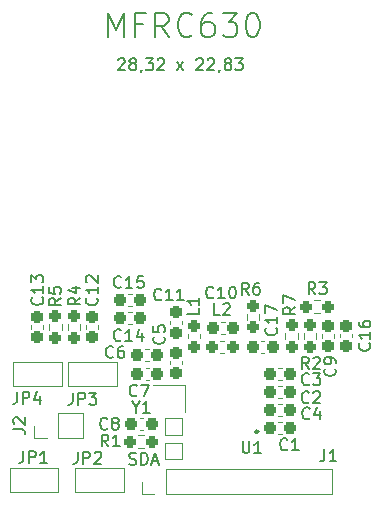
<source format=gto>
G04 #@! TF.GenerationSoftware,KiCad,Pcbnew,7.0.9*
G04 #@! TF.CreationDate,2024-04-03T14:30:27+02:00*
G04 #@! TF.ProjectId,NFC_Programmer,4e46435f-5072-46f6-9772-616d6d65722e,3.0*
G04 #@! TF.SameCoordinates,Original*
G04 #@! TF.FileFunction,Legend,Top*
G04 #@! TF.FilePolarity,Positive*
%FSLAX46Y46*%
G04 Gerber Fmt 4.6, Leading zero omitted, Abs format (unit mm)*
G04 Created by KiCad (PCBNEW 7.0.9) date 2024-04-03 14:30:27*
%MOMM*%
%LPD*%
G01*
G04 APERTURE LIST*
G04 Aperture macros list*
%AMRoundRect*
0 Rectangle with rounded corners*
0 $1 Rounding radius*
0 $2 $3 $4 $5 $6 $7 $8 $9 X,Y pos of 4 corners*
0 Add a 4 corners polygon primitive as box body*
4,1,4,$2,$3,$4,$5,$6,$7,$8,$9,$2,$3,0*
0 Add four circle primitives for the rounded corners*
1,1,$1+$1,$2,$3*
1,1,$1+$1,$4,$5*
1,1,$1+$1,$6,$7*
1,1,$1+$1,$8,$9*
0 Add four rect primitives between the rounded corners*
20,1,$1+$1,$2,$3,$4,$5,0*
20,1,$1+$1,$4,$5,$6,$7,0*
20,1,$1+$1,$6,$7,$8,$9,0*
20,1,$1+$1,$8,$9,$2,$3,0*%
G04 Aperture macros list end*
%ADD10C,0.153000*%
%ADD11C,0.120000*%
%ADD12C,0.250000*%
%ADD13RoundRect,0.237500X-0.237500X0.250000X-0.237500X-0.250000X0.237500X-0.250000X0.237500X0.250000X0*%
%ADD14RoundRect,0.237500X0.300000X0.237500X-0.300000X0.237500X-0.300000X-0.237500X0.300000X-0.237500X0*%
%ADD15RoundRect,0.237500X0.237500X-0.250000X0.237500X0.250000X-0.237500X0.250000X-0.237500X-0.250000X0*%
%ADD16R,1.000000X1.500000*%
%ADD17C,3.000000*%
%ADD18R,1.000000X1.000000*%
%ADD19R,1.350000X1.350000*%
%ADD20O,1.350000X1.350000*%
%ADD21RoundRect,0.237500X0.237500X-0.287500X0.237500X0.287500X-0.237500X0.287500X-0.237500X-0.287500X0*%
%ADD22R,0.900000X0.800000*%
%ADD23RoundRect,0.237500X0.237500X-0.300000X0.237500X0.300000X-0.237500X0.300000X-0.237500X-0.300000X0*%
%ADD24RoundRect,0.237500X-0.237500X0.300000X-0.237500X-0.300000X0.237500X-0.300000X0.237500X0.300000X0*%
%ADD25R,0.850000X0.300000*%
%ADD26R,0.300000X0.850000*%
%ADD27R,3.250000X3.250000*%
%ADD28RoundRect,0.237500X-0.300000X-0.237500X0.300000X-0.237500X0.300000X0.237500X-0.300000X0.237500X0*%
%ADD29RoundRect,0.237500X-0.250000X-0.237500X0.250000X-0.237500X0.250000X0.237500X-0.250000X0.237500X0*%
%ADD30RoundRect,0.237500X-0.287500X-0.237500X0.287500X-0.237500X0.287500X0.237500X-0.287500X0.237500X0*%
%ADD31RoundRect,0.237500X0.250000X0.237500X-0.250000X0.237500X-0.250000X-0.237500X0.250000X-0.237500X0*%
G04 APERTURE END LIST*
D10*
X134601133Y-72064901D02*
X134648752Y-72017282D01*
X134648752Y-72017282D02*
X134743990Y-71969663D01*
X134743990Y-71969663D02*
X134982085Y-71969663D01*
X134982085Y-71969663D02*
X135077323Y-72017282D01*
X135077323Y-72017282D02*
X135124942Y-72064901D01*
X135124942Y-72064901D02*
X135172561Y-72160139D01*
X135172561Y-72160139D02*
X135172561Y-72255377D01*
X135172561Y-72255377D02*
X135124942Y-72398234D01*
X135124942Y-72398234D02*
X134553514Y-72969663D01*
X134553514Y-72969663D02*
X135172561Y-72969663D01*
X135743990Y-72398234D02*
X135648752Y-72350615D01*
X135648752Y-72350615D02*
X135601133Y-72302996D01*
X135601133Y-72302996D02*
X135553514Y-72207758D01*
X135553514Y-72207758D02*
X135553514Y-72160139D01*
X135553514Y-72160139D02*
X135601133Y-72064901D01*
X135601133Y-72064901D02*
X135648752Y-72017282D01*
X135648752Y-72017282D02*
X135743990Y-71969663D01*
X135743990Y-71969663D02*
X135934466Y-71969663D01*
X135934466Y-71969663D02*
X136029704Y-72017282D01*
X136029704Y-72017282D02*
X136077323Y-72064901D01*
X136077323Y-72064901D02*
X136124942Y-72160139D01*
X136124942Y-72160139D02*
X136124942Y-72207758D01*
X136124942Y-72207758D02*
X136077323Y-72302996D01*
X136077323Y-72302996D02*
X136029704Y-72350615D01*
X136029704Y-72350615D02*
X135934466Y-72398234D01*
X135934466Y-72398234D02*
X135743990Y-72398234D01*
X135743990Y-72398234D02*
X135648752Y-72445853D01*
X135648752Y-72445853D02*
X135601133Y-72493472D01*
X135601133Y-72493472D02*
X135553514Y-72588710D01*
X135553514Y-72588710D02*
X135553514Y-72779186D01*
X135553514Y-72779186D02*
X135601133Y-72874424D01*
X135601133Y-72874424D02*
X135648752Y-72922044D01*
X135648752Y-72922044D02*
X135743990Y-72969663D01*
X135743990Y-72969663D02*
X135934466Y-72969663D01*
X135934466Y-72969663D02*
X136029704Y-72922044D01*
X136029704Y-72922044D02*
X136077323Y-72874424D01*
X136077323Y-72874424D02*
X136124942Y-72779186D01*
X136124942Y-72779186D02*
X136124942Y-72588710D01*
X136124942Y-72588710D02*
X136077323Y-72493472D01*
X136077323Y-72493472D02*
X136029704Y-72445853D01*
X136029704Y-72445853D02*
X135934466Y-72398234D01*
X136601133Y-72922044D02*
X136601133Y-72969663D01*
X136601133Y-72969663D02*
X136553514Y-73064901D01*
X136553514Y-73064901D02*
X136505895Y-73112520D01*
X136934466Y-71969663D02*
X137553513Y-71969663D01*
X137553513Y-71969663D02*
X137220180Y-72350615D01*
X137220180Y-72350615D02*
X137363037Y-72350615D01*
X137363037Y-72350615D02*
X137458275Y-72398234D01*
X137458275Y-72398234D02*
X137505894Y-72445853D01*
X137505894Y-72445853D02*
X137553513Y-72541091D01*
X137553513Y-72541091D02*
X137553513Y-72779186D01*
X137553513Y-72779186D02*
X137505894Y-72874424D01*
X137505894Y-72874424D02*
X137458275Y-72922044D01*
X137458275Y-72922044D02*
X137363037Y-72969663D01*
X137363037Y-72969663D02*
X137077323Y-72969663D01*
X137077323Y-72969663D02*
X136982085Y-72922044D01*
X136982085Y-72922044D02*
X136934466Y-72874424D01*
X137934466Y-72064901D02*
X137982085Y-72017282D01*
X137982085Y-72017282D02*
X138077323Y-71969663D01*
X138077323Y-71969663D02*
X138315418Y-71969663D01*
X138315418Y-71969663D02*
X138410656Y-72017282D01*
X138410656Y-72017282D02*
X138458275Y-72064901D01*
X138458275Y-72064901D02*
X138505894Y-72160139D01*
X138505894Y-72160139D02*
X138505894Y-72255377D01*
X138505894Y-72255377D02*
X138458275Y-72398234D01*
X138458275Y-72398234D02*
X137886847Y-72969663D01*
X137886847Y-72969663D02*
X138505894Y-72969663D01*
X139601133Y-72969663D02*
X140124942Y-72302996D01*
X139601133Y-72302996D02*
X140124942Y-72969663D01*
X141220181Y-72064901D02*
X141267800Y-72017282D01*
X141267800Y-72017282D02*
X141363038Y-71969663D01*
X141363038Y-71969663D02*
X141601133Y-71969663D01*
X141601133Y-71969663D02*
X141696371Y-72017282D01*
X141696371Y-72017282D02*
X141743990Y-72064901D01*
X141743990Y-72064901D02*
X141791609Y-72160139D01*
X141791609Y-72160139D02*
X141791609Y-72255377D01*
X141791609Y-72255377D02*
X141743990Y-72398234D01*
X141743990Y-72398234D02*
X141172562Y-72969663D01*
X141172562Y-72969663D02*
X141791609Y-72969663D01*
X142172562Y-72064901D02*
X142220181Y-72017282D01*
X142220181Y-72017282D02*
X142315419Y-71969663D01*
X142315419Y-71969663D02*
X142553514Y-71969663D01*
X142553514Y-71969663D02*
X142648752Y-72017282D01*
X142648752Y-72017282D02*
X142696371Y-72064901D01*
X142696371Y-72064901D02*
X142743990Y-72160139D01*
X142743990Y-72160139D02*
X142743990Y-72255377D01*
X142743990Y-72255377D02*
X142696371Y-72398234D01*
X142696371Y-72398234D02*
X142124943Y-72969663D01*
X142124943Y-72969663D02*
X142743990Y-72969663D01*
X143220181Y-72922044D02*
X143220181Y-72969663D01*
X143220181Y-72969663D02*
X143172562Y-73064901D01*
X143172562Y-73064901D02*
X143124943Y-73112520D01*
X143791609Y-72398234D02*
X143696371Y-72350615D01*
X143696371Y-72350615D02*
X143648752Y-72302996D01*
X143648752Y-72302996D02*
X143601133Y-72207758D01*
X143601133Y-72207758D02*
X143601133Y-72160139D01*
X143601133Y-72160139D02*
X143648752Y-72064901D01*
X143648752Y-72064901D02*
X143696371Y-72017282D01*
X143696371Y-72017282D02*
X143791609Y-71969663D01*
X143791609Y-71969663D02*
X143982085Y-71969663D01*
X143982085Y-71969663D02*
X144077323Y-72017282D01*
X144077323Y-72017282D02*
X144124942Y-72064901D01*
X144124942Y-72064901D02*
X144172561Y-72160139D01*
X144172561Y-72160139D02*
X144172561Y-72207758D01*
X144172561Y-72207758D02*
X144124942Y-72302996D01*
X144124942Y-72302996D02*
X144077323Y-72350615D01*
X144077323Y-72350615D02*
X143982085Y-72398234D01*
X143982085Y-72398234D02*
X143791609Y-72398234D01*
X143791609Y-72398234D02*
X143696371Y-72445853D01*
X143696371Y-72445853D02*
X143648752Y-72493472D01*
X143648752Y-72493472D02*
X143601133Y-72588710D01*
X143601133Y-72588710D02*
X143601133Y-72779186D01*
X143601133Y-72779186D02*
X143648752Y-72874424D01*
X143648752Y-72874424D02*
X143696371Y-72922044D01*
X143696371Y-72922044D02*
X143791609Y-72969663D01*
X143791609Y-72969663D02*
X143982085Y-72969663D01*
X143982085Y-72969663D02*
X144077323Y-72922044D01*
X144077323Y-72922044D02*
X144124942Y-72874424D01*
X144124942Y-72874424D02*
X144172561Y-72779186D01*
X144172561Y-72779186D02*
X144172561Y-72588710D01*
X144172561Y-72588710D02*
X144124942Y-72493472D01*
X144124942Y-72493472D02*
X144077323Y-72445853D01*
X144077323Y-72445853D02*
X143982085Y-72398234D01*
X144505895Y-71969663D02*
X145124942Y-71969663D01*
X145124942Y-71969663D02*
X144791609Y-72350615D01*
X144791609Y-72350615D02*
X144934466Y-72350615D01*
X144934466Y-72350615D02*
X145029704Y-72398234D01*
X145029704Y-72398234D02*
X145077323Y-72445853D01*
X145077323Y-72445853D02*
X145124942Y-72541091D01*
X145124942Y-72541091D02*
X145124942Y-72779186D01*
X145124942Y-72779186D02*
X145077323Y-72874424D01*
X145077323Y-72874424D02*
X145029704Y-72922044D01*
X145029704Y-72922044D02*
X144934466Y-72969663D01*
X144934466Y-72969663D02*
X144648752Y-72969663D01*
X144648752Y-72969663D02*
X144553514Y-72922044D01*
X144553514Y-72922044D02*
X144505895Y-72874424D01*
X133716847Y-70147282D02*
X133716847Y-68147282D01*
X133716847Y-68147282D02*
X134383514Y-69575853D01*
X134383514Y-69575853D02*
X135050180Y-68147282D01*
X135050180Y-68147282D02*
X135050180Y-70147282D01*
X136669228Y-69099663D02*
X136002561Y-69099663D01*
X136002561Y-70147282D02*
X136002561Y-68147282D01*
X136002561Y-68147282D02*
X136954942Y-68147282D01*
X138859704Y-70147282D02*
X138193037Y-69194901D01*
X137716847Y-70147282D02*
X137716847Y-68147282D01*
X137716847Y-68147282D02*
X138478752Y-68147282D01*
X138478752Y-68147282D02*
X138669228Y-68242520D01*
X138669228Y-68242520D02*
X138764466Y-68337758D01*
X138764466Y-68337758D02*
X138859704Y-68528234D01*
X138859704Y-68528234D02*
X138859704Y-68813948D01*
X138859704Y-68813948D02*
X138764466Y-69004424D01*
X138764466Y-69004424D02*
X138669228Y-69099663D01*
X138669228Y-69099663D02*
X138478752Y-69194901D01*
X138478752Y-69194901D02*
X137716847Y-69194901D01*
X140859704Y-69956805D02*
X140764466Y-70052044D01*
X140764466Y-70052044D02*
X140478752Y-70147282D01*
X140478752Y-70147282D02*
X140288276Y-70147282D01*
X140288276Y-70147282D02*
X140002561Y-70052044D01*
X140002561Y-70052044D02*
X139812085Y-69861567D01*
X139812085Y-69861567D02*
X139716847Y-69671091D01*
X139716847Y-69671091D02*
X139621609Y-69290139D01*
X139621609Y-69290139D02*
X139621609Y-69004424D01*
X139621609Y-69004424D02*
X139716847Y-68623472D01*
X139716847Y-68623472D02*
X139812085Y-68432996D01*
X139812085Y-68432996D02*
X140002561Y-68242520D01*
X140002561Y-68242520D02*
X140288276Y-68147282D01*
X140288276Y-68147282D02*
X140478752Y-68147282D01*
X140478752Y-68147282D02*
X140764466Y-68242520D01*
X140764466Y-68242520D02*
X140859704Y-68337758D01*
X142573990Y-68147282D02*
X142193037Y-68147282D01*
X142193037Y-68147282D02*
X142002561Y-68242520D01*
X142002561Y-68242520D02*
X141907323Y-68337758D01*
X141907323Y-68337758D02*
X141716847Y-68623472D01*
X141716847Y-68623472D02*
X141621609Y-69004424D01*
X141621609Y-69004424D02*
X141621609Y-69766329D01*
X141621609Y-69766329D02*
X141716847Y-69956805D01*
X141716847Y-69956805D02*
X141812085Y-70052044D01*
X141812085Y-70052044D02*
X142002561Y-70147282D01*
X142002561Y-70147282D02*
X142383514Y-70147282D01*
X142383514Y-70147282D02*
X142573990Y-70052044D01*
X142573990Y-70052044D02*
X142669228Y-69956805D01*
X142669228Y-69956805D02*
X142764466Y-69766329D01*
X142764466Y-69766329D02*
X142764466Y-69290139D01*
X142764466Y-69290139D02*
X142669228Y-69099663D01*
X142669228Y-69099663D02*
X142573990Y-69004424D01*
X142573990Y-69004424D02*
X142383514Y-68909186D01*
X142383514Y-68909186D02*
X142002561Y-68909186D01*
X142002561Y-68909186D02*
X141812085Y-69004424D01*
X141812085Y-69004424D02*
X141716847Y-69099663D01*
X141716847Y-69099663D02*
X141621609Y-69290139D01*
X143431133Y-68147282D02*
X144669228Y-68147282D01*
X144669228Y-68147282D02*
X144002561Y-68909186D01*
X144002561Y-68909186D02*
X144288276Y-68909186D01*
X144288276Y-68909186D02*
X144478752Y-69004424D01*
X144478752Y-69004424D02*
X144573990Y-69099663D01*
X144573990Y-69099663D02*
X144669228Y-69290139D01*
X144669228Y-69290139D02*
X144669228Y-69766329D01*
X144669228Y-69766329D02*
X144573990Y-69956805D01*
X144573990Y-69956805D02*
X144478752Y-70052044D01*
X144478752Y-70052044D02*
X144288276Y-70147282D01*
X144288276Y-70147282D02*
X143716847Y-70147282D01*
X143716847Y-70147282D02*
X143526371Y-70052044D01*
X143526371Y-70052044D02*
X143431133Y-69956805D01*
X145907323Y-68147282D02*
X146097800Y-68147282D01*
X146097800Y-68147282D02*
X146288276Y-68242520D01*
X146288276Y-68242520D02*
X146383514Y-68337758D01*
X146383514Y-68337758D02*
X146478752Y-68528234D01*
X146478752Y-68528234D02*
X146573990Y-68909186D01*
X146573990Y-68909186D02*
X146573990Y-69385377D01*
X146573990Y-69385377D02*
X146478752Y-69766329D01*
X146478752Y-69766329D02*
X146383514Y-69956805D01*
X146383514Y-69956805D02*
X146288276Y-70052044D01*
X146288276Y-70052044D02*
X146097800Y-70147282D01*
X146097800Y-70147282D02*
X145907323Y-70147282D01*
X145907323Y-70147282D02*
X145716847Y-70052044D01*
X145716847Y-70052044D02*
X145621609Y-69956805D01*
X145621609Y-69956805D02*
X145526371Y-69766329D01*
X145526371Y-69766329D02*
X145431133Y-69385377D01*
X145431133Y-69385377D02*
X145431133Y-68909186D01*
X145431133Y-68909186D02*
X145526371Y-68528234D01*
X145526371Y-68528234D02*
X145621609Y-68337758D01*
X145621609Y-68337758D02*
X145716847Y-68242520D01*
X145716847Y-68242520D02*
X145907323Y-68147282D01*
X150728333Y-98264663D02*
X150395000Y-97788472D01*
X150156905Y-98264663D02*
X150156905Y-97264663D01*
X150156905Y-97264663D02*
X150537857Y-97264663D01*
X150537857Y-97264663D02*
X150633095Y-97312282D01*
X150633095Y-97312282D02*
X150680714Y-97359901D01*
X150680714Y-97359901D02*
X150728333Y-97455139D01*
X150728333Y-97455139D02*
X150728333Y-97597996D01*
X150728333Y-97597996D02*
X150680714Y-97693234D01*
X150680714Y-97693234D02*
X150633095Y-97740853D01*
X150633095Y-97740853D02*
X150537857Y-97788472D01*
X150537857Y-97788472D02*
X150156905Y-97788472D01*
X151109286Y-97359901D02*
X151156905Y-97312282D01*
X151156905Y-97312282D02*
X151252143Y-97264663D01*
X151252143Y-97264663D02*
X151490238Y-97264663D01*
X151490238Y-97264663D02*
X151585476Y-97312282D01*
X151585476Y-97312282D02*
X151633095Y-97359901D01*
X151633095Y-97359901D02*
X151680714Y-97455139D01*
X151680714Y-97455139D02*
X151680714Y-97550377D01*
X151680714Y-97550377D02*
X151633095Y-97693234D01*
X151633095Y-97693234D02*
X151061667Y-98264663D01*
X151061667Y-98264663D02*
X151680714Y-98264663D01*
X147963674Y-94782857D02*
X148011294Y-94830476D01*
X148011294Y-94830476D02*
X148058913Y-94973333D01*
X148058913Y-94973333D02*
X148058913Y-95068571D01*
X148058913Y-95068571D02*
X148011294Y-95211428D01*
X148011294Y-95211428D02*
X147916055Y-95306666D01*
X147916055Y-95306666D02*
X147820817Y-95354285D01*
X147820817Y-95354285D02*
X147630341Y-95401904D01*
X147630341Y-95401904D02*
X147487484Y-95401904D01*
X147487484Y-95401904D02*
X147297008Y-95354285D01*
X147297008Y-95354285D02*
X147201770Y-95306666D01*
X147201770Y-95306666D02*
X147106532Y-95211428D01*
X147106532Y-95211428D02*
X147058913Y-95068571D01*
X147058913Y-95068571D02*
X147058913Y-94973333D01*
X147058913Y-94973333D02*
X147106532Y-94830476D01*
X147106532Y-94830476D02*
X147154151Y-94782857D01*
X148058913Y-93830476D02*
X148058913Y-94401904D01*
X148058913Y-94116190D02*
X147058913Y-94116190D01*
X147058913Y-94116190D02*
X147201770Y-94211428D01*
X147201770Y-94211428D02*
X147297008Y-94306666D01*
X147297008Y-94306666D02*
X147344627Y-94401904D01*
X147058913Y-93497142D02*
X147058913Y-92830476D01*
X147058913Y-92830476D02*
X148058913Y-93259047D01*
X145657583Y-91974663D02*
X145324250Y-91498472D01*
X145086155Y-91974663D02*
X145086155Y-90974663D01*
X145086155Y-90974663D02*
X145467107Y-90974663D01*
X145467107Y-90974663D02*
X145562345Y-91022282D01*
X145562345Y-91022282D02*
X145609964Y-91069901D01*
X145609964Y-91069901D02*
X145657583Y-91165139D01*
X145657583Y-91165139D02*
X145657583Y-91307996D01*
X145657583Y-91307996D02*
X145609964Y-91403234D01*
X145609964Y-91403234D02*
X145562345Y-91450853D01*
X145562345Y-91450853D02*
X145467107Y-91498472D01*
X145467107Y-91498472D02*
X145086155Y-91498472D01*
X146514726Y-90974663D02*
X146324250Y-90974663D01*
X146324250Y-90974663D02*
X146229012Y-91022282D01*
X146229012Y-91022282D02*
X146181393Y-91069901D01*
X146181393Y-91069901D02*
X146086155Y-91212758D01*
X146086155Y-91212758D02*
X146038536Y-91403234D01*
X146038536Y-91403234D02*
X146038536Y-91784186D01*
X146038536Y-91784186D02*
X146086155Y-91879424D01*
X146086155Y-91879424D02*
X146133774Y-91927044D01*
X146133774Y-91927044D02*
X146229012Y-91974663D01*
X146229012Y-91974663D02*
X146419488Y-91974663D01*
X146419488Y-91974663D02*
X146514726Y-91927044D01*
X146514726Y-91927044D02*
X146562345Y-91879424D01*
X146562345Y-91879424D02*
X146609964Y-91784186D01*
X146609964Y-91784186D02*
X146609964Y-91546091D01*
X146609964Y-91546091D02*
X146562345Y-91450853D01*
X146562345Y-91450853D02*
X146514726Y-91403234D01*
X146514726Y-91403234D02*
X146419488Y-91355615D01*
X146419488Y-91355615D02*
X146229012Y-91355615D01*
X146229012Y-91355615D02*
X146133774Y-91403234D01*
X146133774Y-91403234D02*
X146086155Y-91450853D01*
X146086155Y-91450853D02*
X146038536Y-91546091D01*
X130751666Y-100284663D02*
X130751666Y-100998948D01*
X130751666Y-100998948D02*
X130704047Y-101141805D01*
X130704047Y-101141805D02*
X130608809Y-101237044D01*
X130608809Y-101237044D02*
X130465952Y-101284663D01*
X130465952Y-101284663D02*
X130370714Y-101284663D01*
X131227857Y-101284663D02*
X131227857Y-100284663D01*
X131227857Y-100284663D02*
X131608809Y-100284663D01*
X131608809Y-100284663D02*
X131704047Y-100332282D01*
X131704047Y-100332282D02*
X131751666Y-100379901D01*
X131751666Y-100379901D02*
X131799285Y-100475139D01*
X131799285Y-100475139D02*
X131799285Y-100617996D01*
X131799285Y-100617996D02*
X131751666Y-100713234D01*
X131751666Y-100713234D02*
X131704047Y-100760853D01*
X131704047Y-100760853D02*
X131608809Y-100808472D01*
X131608809Y-100808472D02*
X131227857Y-100808472D01*
X132132619Y-100284663D02*
X132751666Y-100284663D01*
X132751666Y-100284663D02*
X132418333Y-100665615D01*
X132418333Y-100665615D02*
X132561190Y-100665615D01*
X132561190Y-100665615D02*
X132656428Y-100713234D01*
X132656428Y-100713234D02*
X132704047Y-100760853D01*
X132704047Y-100760853D02*
X132751666Y-100856091D01*
X132751666Y-100856091D02*
X132751666Y-101094186D01*
X132751666Y-101094186D02*
X132704047Y-101189424D01*
X132704047Y-101189424D02*
X132656428Y-101237044D01*
X132656428Y-101237044D02*
X132561190Y-101284663D01*
X132561190Y-101284663D02*
X132275476Y-101284663D01*
X132275476Y-101284663D02*
X132180238Y-101237044D01*
X132180238Y-101237044D02*
X132132619Y-101189424D01*
X134173333Y-97239424D02*
X134125714Y-97287044D01*
X134125714Y-97287044D02*
X133982857Y-97334663D01*
X133982857Y-97334663D02*
X133887619Y-97334663D01*
X133887619Y-97334663D02*
X133744762Y-97287044D01*
X133744762Y-97287044D02*
X133649524Y-97191805D01*
X133649524Y-97191805D02*
X133601905Y-97096567D01*
X133601905Y-97096567D02*
X133554286Y-96906091D01*
X133554286Y-96906091D02*
X133554286Y-96763234D01*
X133554286Y-96763234D02*
X133601905Y-96572758D01*
X133601905Y-96572758D02*
X133649524Y-96477520D01*
X133649524Y-96477520D02*
X133744762Y-96382282D01*
X133744762Y-96382282D02*
X133887619Y-96334663D01*
X133887619Y-96334663D02*
X133982857Y-96334663D01*
X133982857Y-96334663D02*
X134125714Y-96382282D01*
X134125714Y-96382282D02*
X134173333Y-96429901D01*
X135030476Y-96334663D02*
X134840000Y-96334663D01*
X134840000Y-96334663D02*
X134744762Y-96382282D01*
X134744762Y-96382282D02*
X134697143Y-96429901D01*
X134697143Y-96429901D02*
X134601905Y-96572758D01*
X134601905Y-96572758D02*
X134554286Y-96763234D01*
X134554286Y-96763234D02*
X134554286Y-97144186D01*
X134554286Y-97144186D02*
X134601905Y-97239424D01*
X134601905Y-97239424D02*
X134649524Y-97287044D01*
X134649524Y-97287044D02*
X134744762Y-97334663D01*
X134744762Y-97334663D02*
X134935238Y-97334663D01*
X134935238Y-97334663D02*
X135030476Y-97287044D01*
X135030476Y-97287044D02*
X135078095Y-97239424D01*
X135078095Y-97239424D02*
X135125714Y-97144186D01*
X135125714Y-97144186D02*
X135125714Y-96906091D01*
X135125714Y-96906091D02*
X135078095Y-96810853D01*
X135078095Y-96810853D02*
X135030476Y-96763234D01*
X135030476Y-96763234D02*
X134935238Y-96715615D01*
X134935238Y-96715615D02*
X134744762Y-96715615D01*
X134744762Y-96715615D02*
X134649524Y-96763234D01*
X134649524Y-96763234D02*
X134601905Y-96810853D01*
X134601905Y-96810853D02*
X134554286Y-96906091D01*
X125714663Y-103353333D02*
X126428948Y-103353333D01*
X126428948Y-103353333D02*
X126571805Y-103400952D01*
X126571805Y-103400952D02*
X126667044Y-103496190D01*
X126667044Y-103496190D02*
X126714663Y-103639047D01*
X126714663Y-103639047D02*
X126714663Y-103734285D01*
X125809901Y-102924761D02*
X125762282Y-102877142D01*
X125762282Y-102877142D02*
X125714663Y-102781904D01*
X125714663Y-102781904D02*
X125714663Y-102543809D01*
X125714663Y-102543809D02*
X125762282Y-102448571D01*
X125762282Y-102448571D02*
X125809901Y-102400952D01*
X125809901Y-102400952D02*
X125905139Y-102353333D01*
X125905139Y-102353333D02*
X126000377Y-102353333D01*
X126000377Y-102353333D02*
X126143234Y-102400952D01*
X126143234Y-102400952D02*
X126714663Y-102972380D01*
X126714663Y-102972380D02*
X126714663Y-102353333D01*
X141448913Y-93101666D02*
X141448913Y-93577856D01*
X141448913Y-93577856D02*
X140448913Y-93577856D01*
X141448913Y-92244523D02*
X141448913Y-92815951D01*
X141448913Y-92530237D02*
X140448913Y-92530237D01*
X140448913Y-92530237D02*
X140591770Y-92625475D01*
X140591770Y-92625475D02*
X140687008Y-92720713D01*
X140687008Y-92720713D02*
X140734627Y-92815951D01*
X134827142Y-95809424D02*
X134779523Y-95857044D01*
X134779523Y-95857044D02*
X134636666Y-95904663D01*
X134636666Y-95904663D02*
X134541428Y-95904663D01*
X134541428Y-95904663D02*
X134398571Y-95857044D01*
X134398571Y-95857044D02*
X134303333Y-95761805D01*
X134303333Y-95761805D02*
X134255714Y-95666567D01*
X134255714Y-95666567D02*
X134208095Y-95476091D01*
X134208095Y-95476091D02*
X134208095Y-95333234D01*
X134208095Y-95333234D02*
X134255714Y-95142758D01*
X134255714Y-95142758D02*
X134303333Y-95047520D01*
X134303333Y-95047520D02*
X134398571Y-94952282D01*
X134398571Y-94952282D02*
X134541428Y-94904663D01*
X134541428Y-94904663D02*
X134636666Y-94904663D01*
X134636666Y-94904663D02*
X134779523Y-94952282D01*
X134779523Y-94952282D02*
X134827142Y-94999901D01*
X135779523Y-95904663D02*
X135208095Y-95904663D01*
X135493809Y-95904663D02*
X135493809Y-94904663D01*
X135493809Y-94904663D02*
X135398571Y-95047520D01*
X135398571Y-95047520D02*
X135303333Y-95142758D01*
X135303333Y-95142758D02*
X135208095Y-95190377D01*
X136636666Y-95237996D02*
X136636666Y-95904663D01*
X136398571Y-94857044D02*
X136160476Y-95571329D01*
X136160476Y-95571329D02*
X136779523Y-95571329D01*
X136085559Y-101498472D02*
X136085559Y-101974663D01*
X135752226Y-100974663D02*
X136085559Y-101498472D01*
X136085559Y-101498472D02*
X136418892Y-100974663D01*
X137276035Y-101974663D02*
X136704607Y-101974663D01*
X136990321Y-101974663D02*
X136990321Y-100974663D01*
X136990321Y-100974663D02*
X136895083Y-101117520D01*
X136895083Y-101117520D02*
X136799845Y-101212758D01*
X136799845Y-101212758D02*
X136704607Y-101260377D01*
X138454424Y-95536666D02*
X138502044Y-95584285D01*
X138502044Y-95584285D02*
X138549663Y-95727142D01*
X138549663Y-95727142D02*
X138549663Y-95822380D01*
X138549663Y-95822380D02*
X138502044Y-95965237D01*
X138502044Y-95965237D02*
X138406805Y-96060475D01*
X138406805Y-96060475D02*
X138311567Y-96108094D01*
X138311567Y-96108094D02*
X138121091Y-96155713D01*
X138121091Y-96155713D02*
X137978234Y-96155713D01*
X137978234Y-96155713D02*
X137787758Y-96108094D01*
X137787758Y-96108094D02*
X137692520Y-96060475D01*
X137692520Y-96060475D02*
X137597282Y-95965237D01*
X137597282Y-95965237D02*
X137549663Y-95822380D01*
X137549663Y-95822380D02*
X137549663Y-95727142D01*
X137549663Y-95727142D02*
X137597282Y-95584285D01*
X137597282Y-95584285D02*
X137644901Y-95536666D01*
X137549663Y-94631904D02*
X137549663Y-95108094D01*
X137549663Y-95108094D02*
X138025853Y-95155713D01*
X138025853Y-95155713D02*
X137978234Y-95108094D01*
X137978234Y-95108094D02*
X137930615Y-95012856D01*
X137930615Y-95012856D02*
X137930615Y-94774761D01*
X137930615Y-94774761D02*
X137978234Y-94679523D01*
X137978234Y-94679523D02*
X138025853Y-94631904D01*
X138025853Y-94631904D02*
X138121091Y-94584285D01*
X138121091Y-94584285D02*
X138359186Y-94584285D01*
X138359186Y-94584285D02*
X138454424Y-94631904D01*
X138454424Y-94631904D02*
X138502044Y-94679523D01*
X138502044Y-94679523D02*
X138549663Y-94774761D01*
X138549663Y-94774761D02*
X138549663Y-95012856D01*
X138549663Y-95012856D02*
X138502044Y-95108094D01*
X138502044Y-95108094D02*
X138454424Y-95155713D01*
X138251392Y-92359424D02*
X138203773Y-92407044D01*
X138203773Y-92407044D02*
X138060916Y-92454663D01*
X138060916Y-92454663D02*
X137965678Y-92454663D01*
X137965678Y-92454663D02*
X137822821Y-92407044D01*
X137822821Y-92407044D02*
X137727583Y-92311805D01*
X137727583Y-92311805D02*
X137679964Y-92216567D01*
X137679964Y-92216567D02*
X137632345Y-92026091D01*
X137632345Y-92026091D02*
X137632345Y-91883234D01*
X137632345Y-91883234D02*
X137679964Y-91692758D01*
X137679964Y-91692758D02*
X137727583Y-91597520D01*
X137727583Y-91597520D02*
X137822821Y-91502282D01*
X137822821Y-91502282D02*
X137965678Y-91454663D01*
X137965678Y-91454663D02*
X138060916Y-91454663D01*
X138060916Y-91454663D02*
X138203773Y-91502282D01*
X138203773Y-91502282D02*
X138251392Y-91549901D01*
X139203773Y-92454663D02*
X138632345Y-92454663D01*
X138918059Y-92454663D02*
X138918059Y-91454663D01*
X138918059Y-91454663D02*
X138822821Y-91597520D01*
X138822821Y-91597520D02*
X138727583Y-91692758D01*
X138727583Y-91692758D02*
X138632345Y-91740377D01*
X140156154Y-92454663D02*
X139584726Y-92454663D01*
X139870440Y-92454663D02*
X139870440Y-91454663D01*
X139870440Y-91454663D02*
X139775202Y-91597520D01*
X139775202Y-91597520D02*
X139679964Y-91692758D01*
X139679964Y-91692758D02*
X139584726Y-91740377D01*
X145128095Y-104384663D02*
X145128095Y-105194186D01*
X145128095Y-105194186D02*
X145175714Y-105289424D01*
X145175714Y-105289424D02*
X145223333Y-105337044D01*
X145223333Y-105337044D02*
X145318571Y-105384663D01*
X145318571Y-105384663D02*
X145509047Y-105384663D01*
X145509047Y-105384663D02*
X145604285Y-105337044D01*
X145604285Y-105337044D02*
X145651904Y-105289424D01*
X145651904Y-105289424D02*
X145699523Y-105194186D01*
X145699523Y-105194186D02*
X145699523Y-104384663D01*
X146699523Y-105384663D02*
X146128095Y-105384663D01*
X146413809Y-105384663D02*
X146413809Y-104384663D01*
X146413809Y-104384663D02*
X146318571Y-104527520D01*
X146318571Y-104527520D02*
X146223333Y-104622758D01*
X146223333Y-104622758D02*
X146128095Y-104670377D01*
X152066666Y-105074663D02*
X152066666Y-105788948D01*
X152066666Y-105788948D02*
X152019047Y-105931805D01*
X152019047Y-105931805D02*
X151923809Y-106027044D01*
X151923809Y-106027044D02*
X151780952Y-106074663D01*
X151780952Y-106074663D02*
X151685714Y-106074663D01*
X153066666Y-106074663D02*
X152495238Y-106074663D01*
X152780952Y-106074663D02*
X152780952Y-105074663D01*
X152780952Y-105074663D02*
X152685714Y-105217520D01*
X152685714Y-105217520D02*
X152590476Y-105312758D01*
X152590476Y-105312758D02*
X152495238Y-105360377D01*
X131389663Y-92229166D02*
X130913472Y-92562499D01*
X131389663Y-92800594D02*
X130389663Y-92800594D01*
X130389663Y-92800594D02*
X130389663Y-92419642D01*
X130389663Y-92419642D02*
X130437282Y-92324404D01*
X130437282Y-92324404D02*
X130484901Y-92276785D01*
X130484901Y-92276785D02*
X130580139Y-92229166D01*
X130580139Y-92229166D02*
X130722996Y-92229166D01*
X130722996Y-92229166D02*
X130818234Y-92276785D01*
X130818234Y-92276785D02*
X130865853Y-92324404D01*
X130865853Y-92324404D02*
X130913472Y-92419642D01*
X130913472Y-92419642D02*
X130913472Y-92800594D01*
X130722996Y-91372023D02*
X131389663Y-91372023D01*
X130342044Y-91610118D02*
X131056329Y-91848213D01*
X131056329Y-91848213D02*
X131056329Y-91229166D01*
X152944424Y-98246666D02*
X152992044Y-98294285D01*
X152992044Y-98294285D02*
X153039663Y-98437142D01*
X153039663Y-98437142D02*
X153039663Y-98532380D01*
X153039663Y-98532380D02*
X152992044Y-98675237D01*
X152992044Y-98675237D02*
X152896805Y-98770475D01*
X152896805Y-98770475D02*
X152801567Y-98818094D01*
X152801567Y-98818094D02*
X152611091Y-98865713D01*
X152611091Y-98865713D02*
X152468234Y-98865713D01*
X152468234Y-98865713D02*
X152277758Y-98818094D01*
X152277758Y-98818094D02*
X152182520Y-98770475D01*
X152182520Y-98770475D02*
X152087282Y-98675237D01*
X152087282Y-98675237D02*
X152039663Y-98532380D01*
X152039663Y-98532380D02*
X152039663Y-98437142D01*
X152039663Y-98437142D02*
X152087282Y-98294285D01*
X152087282Y-98294285D02*
X152134901Y-98246666D01*
X153039663Y-97770475D02*
X153039663Y-97579999D01*
X153039663Y-97579999D02*
X152992044Y-97484761D01*
X152992044Y-97484761D02*
X152944424Y-97437142D01*
X152944424Y-97437142D02*
X152801567Y-97341904D01*
X152801567Y-97341904D02*
X152611091Y-97294285D01*
X152611091Y-97294285D02*
X152230139Y-97294285D01*
X152230139Y-97294285D02*
X152134901Y-97341904D01*
X152134901Y-97341904D02*
X152087282Y-97389523D01*
X152087282Y-97389523D02*
X152039663Y-97484761D01*
X152039663Y-97484761D02*
X152039663Y-97675237D01*
X152039663Y-97675237D02*
X152087282Y-97770475D01*
X152087282Y-97770475D02*
X152134901Y-97818094D01*
X152134901Y-97818094D02*
X152230139Y-97865713D01*
X152230139Y-97865713D02*
X152468234Y-97865713D01*
X152468234Y-97865713D02*
X152563472Y-97818094D01*
X152563472Y-97818094D02*
X152611091Y-97770475D01*
X152611091Y-97770475D02*
X152658710Y-97675237D01*
X152658710Y-97675237D02*
X152658710Y-97484761D01*
X152658710Y-97484761D02*
X152611091Y-97389523D01*
X152611091Y-97389523D02*
X152563472Y-97341904D01*
X152563472Y-97341904D02*
X152468234Y-97294285D01*
X134857142Y-91319424D02*
X134809523Y-91367044D01*
X134809523Y-91367044D02*
X134666666Y-91414663D01*
X134666666Y-91414663D02*
X134571428Y-91414663D01*
X134571428Y-91414663D02*
X134428571Y-91367044D01*
X134428571Y-91367044D02*
X134333333Y-91271805D01*
X134333333Y-91271805D02*
X134285714Y-91176567D01*
X134285714Y-91176567D02*
X134238095Y-90986091D01*
X134238095Y-90986091D02*
X134238095Y-90843234D01*
X134238095Y-90843234D02*
X134285714Y-90652758D01*
X134285714Y-90652758D02*
X134333333Y-90557520D01*
X134333333Y-90557520D02*
X134428571Y-90462282D01*
X134428571Y-90462282D02*
X134571428Y-90414663D01*
X134571428Y-90414663D02*
X134666666Y-90414663D01*
X134666666Y-90414663D02*
X134809523Y-90462282D01*
X134809523Y-90462282D02*
X134857142Y-90509901D01*
X135809523Y-91414663D02*
X135238095Y-91414663D01*
X135523809Y-91414663D02*
X135523809Y-90414663D01*
X135523809Y-90414663D02*
X135428571Y-90557520D01*
X135428571Y-90557520D02*
X135333333Y-90652758D01*
X135333333Y-90652758D02*
X135238095Y-90700377D01*
X136714285Y-90414663D02*
X136238095Y-90414663D01*
X136238095Y-90414663D02*
X136190476Y-90890853D01*
X136190476Y-90890853D02*
X136238095Y-90843234D01*
X136238095Y-90843234D02*
X136333333Y-90795615D01*
X136333333Y-90795615D02*
X136571428Y-90795615D01*
X136571428Y-90795615D02*
X136666666Y-90843234D01*
X136666666Y-90843234D02*
X136714285Y-90890853D01*
X136714285Y-90890853D02*
X136761904Y-90986091D01*
X136761904Y-90986091D02*
X136761904Y-91224186D01*
X136761904Y-91224186D02*
X136714285Y-91319424D01*
X136714285Y-91319424D02*
X136666666Y-91367044D01*
X136666666Y-91367044D02*
X136571428Y-91414663D01*
X136571428Y-91414663D02*
X136333333Y-91414663D01*
X136333333Y-91414663D02*
X136238095Y-91367044D01*
X136238095Y-91367044D02*
X136190476Y-91319424D01*
X150773333Y-99539424D02*
X150725714Y-99587044D01*
X150725714Y-99587044D02*
X150582857Y-99634663D01*
X150582857Y-99634663D02*
X150487619Y-99634663D01*
X150487619Y-99634663D02*
X150344762Y-99587044D01*
X150344762Y-99587044D02*
X150249524Y-99491805D01*
X150249524Y-99491805D02*
X150201905Y-99396567D01*
X150201905Y-99396567D02*
X150154286Y-99206091D01*
X150154286Y-99206091D02*
X150154286Y-99063234D01*
X150154286Y-99063234D02*
X150201905Y-98872758D01*
X150201905Y-98872758D02*
X150249524Y-98777520D01*
X150249524Y-98777520D02*
X150344762Y-98682282D01*
X150344762Y-98682282D02*
X150487619Y-98634663D01*
X150487619Y-98634663D02*
X150582857Y-98634663D01*
X150582857Y-98634663D02*
X150725714Y-98682282D01*
X150725714Y-98682282D02*
X150773333Y-98729901D01*
X151106667Y-98634663D02*
X151725714Y-98634663D01*
X151725714Y-98634663D02*
X151392381Y-99015615D01*
X151392381Y-99015615D02*
X151535238Y-99015615D01*
X151535238Y-99015615D02*
X151630476Y-99063234D01*
X151630476Y-99063234D02*
X151678095Y-99110853D01*
X151678095Y-99110853D02*
X151725714Y-99206091D01*
X151725714Y-99206091D02*
X151725714Y-99444186D01*
X151725714Y-99444186D02*
X151678095Y-99539424D01*
X151678095Y-99539424D02*
X151630476Y-99587044D01*
X151630476Y-99587044D02*
X151535238Y-99634663D01*
X151535238Y-99634663D02*
X151249524Y-99634663D01*
X151249524Y-99634663D02*
X151154286Y-99587044D01*
X151154286Y-99587044D02*
X151106667Y-99539424D01*
X150753333Y-101069424D02*
X150705714Y-101117044D01*
X150705714Y-101117044D02*
X150562857Y-101164663D01*
X150562857Y-101164663D02*
X150467619Y-101164663D01*
X150467619Y-101164663D02*
X150324762Y-101117044D01*
X150324762Y-101117044D02*
X150229524Y-101021805D01*
X150229524Y-101021805D02*
X150181905Y-100926567D01*
X150181905Y-100926567D02*
X150134286Y-100736091D01*
X150134286Y-100736091D02*
X150134286Y-100593234D01*
X150134286Y-100593234D02*
X150181905Y-100402758D01*
X150181905Y-100402758D02*
X150229524Y-100307520D01*
X150229524Y-100307520D02*
X150324762Y-100212282D01*
X150324762Y-100212282D02*
X150467619Y-100164663D01*
X150467619Y-100164663D02*
X150562857Y-100164663D01*
X150562857Y-100164663D02*
X150705714Y-100212282D01*
X150705714Y-100212282D02*
X150753333Y-100259901D01*
X151134286Y-100259901D02*
X151181905Y-100212282D01*
X151181905Y-100212282D02*
X151277143Y-100164663D01*
X151277143Y-100164663D02*
X151515238Y-100164663D01*
X151515238Y-100164663D02*
X151610476Y-100212282D01*
X151610476Y-100212282D02*
X151658095Y-100259901D01*
X151658095Y-100259901D02*
X151705714Y-100355139D01*
X151705714Y-100355139D02*
X151705714Y-100450377D01*
X151705714Y-100450377D02*
X151658095Y-100593234D01*
X151658095Y-100593234D02*
X151086667Y-101164663D01*
X151086667Y-101164663D02*
X151705714Y-101164663D01*
X149589663Y-93036666D02*
X149113472Y-93369999D01*
X149589663Y-93608094D02*
X148589663Y-93608094D01*
X148589663Y-93608094D02*
X148589663Y-93227142D01*
X148589663Y-93227142D02*
X148637282Y-93131904D01*
X148637282Y-93131904D02*
X148684901Y-93084285D01*
X148684901Y-93084285D02*
X148780139Y-93036666D01*
X148780139Y-93036666D02*
X148922996Y-93036666D01*
X148922996Y-93036666D02*
X149018234Y-93084285D01*
X149018234Y-93084285D02*
X149065853Y-93131904D01*
X149065853Y-93131904D02*
X149113472Y-93227142D01*
X149113472Y-93227142D02*
X149113472Y-93608094D01*
X148589663Y-92703332D02*
X148589663Y-92036666D01*
X148589663Y-92036666D02*
X149589663Y-92465237D01*
X155854424Y-96082857D02*
X155902044Y-96130476D01*
X155902044Y-96130476D02*
X155949663Y-96273333D01*
X155949663Y-96273333D02*
X155949663Y-96368571D01*
X155949663Y-96368571D02*
X155902044Y-96511428D01*
X155902044Y-96511428D02*
X155806805Y-96606666D01*
X155806805Y-96606666D02*
X155711567Y-96654285D01*
X155711567Y-96654285D02*
X155521091Y-96701904D01*
X155521091Y-96701904D02*
X155378234Y-96701904D01*
X155378234Y-96701904D02*
X155187758Y-96654285D01*
X155187758Y-96654285D02*
X155092520Y-96606666D01*
X155092520Y-96606666D02*
X154997282Y-96511428D01*
X154997282Y-96511428D02*
X154949663Y-96368571D01*
X154949663Y-96368571D02*
X154949663Y-96273333D01*
X154949663Y-96273333D02*
X154997282Y-96130476D01*
X154997282Y-96130476D02*
X155044901Y-96082857D01*
X155949663Y-95130476D02*
X155949663Y-95701904D01*
X155949663Y-95416190D02*
X154949663Y-95416190D01*
X154949663Y-95416190D02*
X155092520Y-95511428D01*
X155092520Y-95511428D02*
X155187758Y-95606666D01*
X155187758Y-95606666D02*
X155235377Y-95701904D01*
X154949663Y-94273333D02*
X154949663Y-94463809D01*
X154949663Y-94463809D02*
X154997282Y-94559047D01*
X154997282Y-94559047D02*
X155044901Y-94606666D01*
X155044901Y-94606666D02*
X155187758Y-94701904D01*
X155187758Y-94701904D02*
X155378234Y-94749523D01*
X155378234Y-94749523D02*
X155759186Y-94749523D01*
X155759186Y-94749523D02*
X155854424Y-94701904D01*
X155854424Y-94701904D02*
X155902044Y-94654285D01*
X155902044Y-94654285D02*
X155949663Y-94559047D01*
X155949663Y-94559047D02*
X155949663Y-94368571D01*
X155949663Y-94368571D02*
X155902044Y-94273333D01*
X155902044Y-94273333D02*
X155854424Y-94225714D01*
X155854424Y-94225714D02*
X155759186Y-94178095D01*
X155759186Y-94178095D02*
X155521091Y-94178095D01*
X155521091Y-94178095D02*
X155425853Y-94225714D01*
X155425853Y-94225714D02*
X155378234Y-94273333D01*
X155378234Y-94273333D02*
X155330615Y-94368571D01*
X155330615Y-94368571D02*
X155330615Y-94559047D01*
X155330615Y-94559047D02*
X155378234Y-94654285D01*
X155378234Y-94654285D02*
X155425853Y-94701904D01*
X155425853Y-94701904D02*
X155521091Y-94749523D01*
X150808333Y-102429424D02*
X150760714Y-102477044D01*
X150760714Y-102477044D02*
X150617857Y-102524663D01*
X150617857Y-102524663D02*
X150522619Y-102524663D01*
X150522619Y-102524663D02*
X150379762Y-102477044D01*
X150379762Y-102477044D02*
X150284524Y-102381805D01*
X150284524Y-102381805D02*
X150236905Y-102286567D01*
X150236905Y-102286567D02*
X150189286Y-102096091D01*
X150189286Y-102096091D02*
X150189286Y-101953234D01*
X150189286Y-101953234D02*
X150236905Y-101762758D01*
X150236905Y-101762758D02*
X150284524Y-101667520D01*
X150284524Y-101667520D02*
X150379762Y-101572282D01*
X150379762Y-101572282D02*
X150522619Y-101524663D01*
X150522619Y-101524663D02*
X150617857Y-101524663D01*
X150617857Y-101524663D02*
X150760714Y-101572282D01*
X150760714Y-101572282D02*
X150808333Y-101619901D01*
X151665476Y-101857996D02*
X151665476Y-102524663D01*
X151427381Y-101477044D02*
X151189286Y-102191329D01*
X151189286Y-102191329D02*
X151808333Y-102191329D01*
X129759663Y-92259166D02*
X129283472Y-92592499D01*
X129759663Y-92830594D02*
X128759663Y-92830594D01*
X128759663Y-92830594D02*
X128759663Y-92449642D01*
X128759663Y-92449642D02*
X128807282Y-92354404D01*
X128807282Y-92354404D02*
X128854901Y-92306785D01*
X128854901Y-92306785D02*
X128950139Y-92259166D01*
X128950139Y-92259166D02*
X129092996Y-92259166D01*
X129092996Y-92259166D02*
X129188234Y-92306785D01*
X129188234Y-92306785D02*
X129235853Y-92354404D01*
X129235853Y-92354404D02*
X129283472Y-92449642D01*
X129283472Y-92449642D02*
X129283472Y-92830594D01*
X128759663Y-91354404D02*
X128759663Y-91830594D01*
X128759663Y-91830594D02*
X129235853Y-91878213D01*
X129235853Y-91878213D02*
X129188234Y-91830594D01*
X129188234Y-91830594D02*
X129140615Y-91735356D01*
X129140615Y-91735356D02*
X129140615Y-91497261D01*
X129140615Y-91497261D02*
X129188234Y-91402023D01*
X129188234Y-91402023D02*
X129235853Y-91354404D01*
X129235853Y-91354404D02*
X129331091Y-91306785D01*
X129331091Y-91306785D02*
X129569186Y-91306785D01*
X129569186Y-91306785D02*
X129664424Y-91354404D01*
X129664424Y-91354404D02*
X129712044Y-91402023D01*
X129712044Y-91402023D02*
X129759663Y-91497261D01*
X129759663Y-91497261D02*
X129759663Y-91735356D01*
X129759663Y-91735356D02*
X129712044Y-91830594D01*
X129712044Y-91830594D02*
X129664424Y-91878213D01*
X151288333Y-91934663D02*
X150955000Y-91458472D01*
X150716905Y-91934663D02*
X150716905Y-90934663D01*
X150716905Y-90934663D02*
X151097857Y-90934663D01*
X151097857Y-90934663D02*
X151193095Y-90982282D01*
X151193095Y-90982282D02*
X151240714Y-91029901D01*
X151240714Y-91029901D02*
X151288333Y-91125139D01*
X151288333Y-91125139D02*
X151288333Y-91267996D01*
X151288333Y-91267996D02*
X151240714Y-91363234D01*
X151240714Y-91363234D02*
X151193095Y-91410853D01*
X151193095Y-91410853D02*
X151097857Y-91458472D01*
X151097857Y-91458472D02*
X150716905Y-91458472D01*
X151621667Y-90934663D02*
X152240714Y-90934663D01*
X152240714Y-90934663D02*
X151907381Y-91315615D01*
X151907381Y-91315615D02*
X152050238Y-91315615D01*
X152050238Y-91315615D02*
X152145476Y-91363234D01*
X152145476Y-91363234D02*
X152193095Y-91410853D01*
X152193095Y-91410853D02*
X152240714Y-91506091D01*
X152240714Y-91506091D02*
X152240714Y-91744186D01*
X152240714Y-91744186D02*
X152193095Y-91839424D01*
X152193095Y-91839424D02*
X152145476Y-91887044D01*
X152145476Y-91887044D02*
X152050238Y-91934663D01*
X152050238Y-91934663D02*
X151764524Y-91934663D01*
X151764524Y-91934663D02*
X151669286Y-91887044D01*
X151669286Y-91887044D02*
X151621667Y-91839424D01*
X132769424Y-92252857D02*
X132817044Y-92300476D01*
X132817044Y-92300476D02*
X132864663Y-92443333D01*
X132864663Y-92443333D02*
X132864663Y-92538571D01*
X132864663Y-92538571D02*
X132817044Y-92681428D01*
X132817044Y-92681428D02*
X132721805Y-92776666D01*
X132721805Y-92776666D02*
X132626567Y-92824285D01*
X132626567Y-92824285D02*
X132436091Y-92871904D01*
X132436091Y-92871904D02*
X132293234Y-92871904D01*
X132293234Y-92871904D02*
X132102758Y-92824285D01*
X132102758Y-92824285D02*
X132007520Y-92776666D01*
X132007520Y-92776666D02*
X131912282Y-92681428D01*
X131912282Y-92681428D02*
X131864663Y-92538571D01*
X131864663Y-92538571D02*
X131864663Y-92443333D01*
X131864663Y-92443333D02*
X131912282Y-92300476D01*
X131912282Y-92300476D02*
X131959901Y-92252857D01*
X132864663Y-91300476D02*
X132864663Y-91871904D01*
X132864663Y-91586190D02*
X131864663Y-91586190D01*
X131864663Y-91586190D02*
X132007520Y-91681428D01*
X132007520Y-91681428D02*
X132102758Y-91776666D01*
X132102758Y-91776666D02*
X132150377Y-91871904D01*
X131959901Y-90919523D02*
X131912282Y-90871904D01*
X131912282Y-90871904D02*
X131864663Y-90776666D01*
X131864663Y-90776666D02*
X131864663Y-90538571D01*
X131864663Y-90538571D02*
X131912282Y-90443333D01*
X131912282Y-90443333D02*
X131959901Y-90395714D01*
X131959901Y-90395714D02*
X132055139Y-90348095D01*
X132055139Y-90348095D02*
X132150377Y-90348095D01*
X132150377Y-90348095D02*
X132293234Y-90395714D01*
X132293234Y-90395714D02*
X132864663Y-90967142D01*
X132864663Y-90967142D02*
X132864663Y-90348095D01*
X128154424Y-92212857D02*
X128202044Y-92260476D01*
X128202044Y-92260476D02*
X128249663Y-92403333D01*
X128249663Y-92403333D02*
X128249663Y-92498571D01*
X128249663Y-92498571D02*
X128202044Y-92641428D01*
X128202044Y-92641428D02*
X128106805Y-92736666D01*
X128106805Y-92736666D02*
X128011567Y-92784285D01*
X128011567Y-92784285D02*
X127821091Y-92831904D01*
X127821091Y-92831904D02*
X127678234Y-92831904D01*
X127678234Y-92831904D02*
X127487758Y-92784285D01*
X127487758Y-92784285D02*
X127392520Y-92736666D01*
X127392520Y-92736666D02*
X127297282Y-92641428D01*
X127297282Y-92641428D02*
X127249663Y-92498571D01*
X127249663Y-92498571D02*
X127249663Y-92403333D01*
X127249663Y-92403333D02*
X127297282Y-92260476D01*
X127297282Y-92260476D02*
X127344901Y-92212857D01*
X128249663Y-91260476D02*
X128249663Y-91831904D01*
X128249663Y-91546190D02*
X127249663Y-91546190D01*
X127249663Y-91546190D02*
X127392520Y-91641428D01*
X127392520Y-91641428D02*
X127487758Y-91736666D01*
X127487758Y-91736666D02*
X127535377Y-91831904D01*
X127249663Y-90927142D02*
X127249663Y-90308095D01*
X127249663Y-90308095D02*
X127630615Y-90641428D01*
X127630615Y-90641428D02*
X127630615Y-90498571D01*
X127630615Y-90498571D02*
X127678234Y-90403333D01*
X127678234Y-90403333D02*
X127725853Y-90355714D01*
X127725853Y-90355714D02*
X127821091Y-90308095D01*
X127821091Y-90308095D02*
X128059186Y-90308095D01*
X128059186Y-90308095D02*
X128154424Y-90355714D01*
X128154424Y-90355714D02*
X128202044Y-90403333D01*
X128202044Y-90403333D02*
X128249663Y-90498571D01*
X128249663Y-90498571D02*
X128249663Y-90784285D01*
X128249663Y-90784285D02*
X128202044Y-90879523D01*
X128202044Y-90879523D02*
X128154424Y-90927142D01*
X133688333Y-103299424D02*
X133640714Y-103347044D01*
X133640714Y-103347044D02*
X133497857Y-103394663D01*
X133497857Y-103394663D02*
X133402619Y-103394663D01*
X133402619Y-103394663D02*
X133259762Y-103347044D01*
X133259762Y-103347044D02*
X133164524Y-103251805D01*
X133164524Y-103251805D02*
X133116905Y-103156567D01*
X133116905Y-103156567D02*
X133069286Y-102966091D01*
X133069286Y-102966091D02*
X133069286Y-102823234D01*
X133069286Y-102823234D02*
X133116905Y-102632758D01*
X133116905Y-102632758D02*
X133164524Y-102537520D01*
X133164524Y-102537520D02*
X133259762Y-102442282D01*
X133259762Y-102442282D02*
X133402619Y-102394663D01*
X133402619Y-102394663D02*
X133497857Y-102394663D01*
X133497857Y-102394663D02*
X133640714Y-102442282D01*
X133640714Y-102442282D02*
X133688333Y-102489901D01*
X134259762Y-102823234D02*
X134164524Y-102775615D01*
X134164524Y-102775615D02*
X134116905Y-102727996D01*
X134116905Y-102727996D02*
X134069286Y-102632758D01*
X134069286Y-102632758D02*
X134069286Y-102585139D01*
X134069286Y-102585139D02*
X134116905Y-102489901D01*
X134116905Y-102489901D02*
X134164524Y-102442282D01*
X134164524Y-102442282D02*
X134259762Y-102394663D01*
X134259762Y-102394663D02*
X134450238Y-102394663D01*
X134450238Y-102394663D02*
X134545476Y-102442282D01*
X134545476Y-102442282D02*
X134593095Y-102489901D01*
X134593095Y-102489901D02*
X134640714Y-102585139D01*
X134640714Y-102585139D02*
X134640714Y-102632758D01*
X134640714Y-102632758D02*
X134593095Y-102727996D01*
X134593095Y-102727996D02*
X134545476Y-102775615D01*
X134545476Y-102775615D02*
X134450238Y-102823234D01*
X134450238Y-102823234D02*
X134259762Y-102823234D01*
X134259762Y-102823234D02*
X134164524Y-102870853D01*
X134164524Y-102870853D02*
X134116905Y-102918472D01*
X134116905Y-102918472D02*
X134069286Y-103013710D01*
X134069286Y-103013710D02*
X134069286Y-103204186D01*
X134069286Y-103204186D02*
X134116905Y-103299424D01*
X134116905Y-103299424D02*
X134164524Y-103347044D01*
X134164524Y-103347044D02*
X134259762Y-103394663D01*
X134259762Y-103394663D02*
X134450238Y-103394663D01*
X134450238Y-103394663D02*
X134545476Y-103347044D01*
X134545476Y-103347044D02*
X134593095Y-103299424D01*
X134593095Y-103299424D02*
X134640714Y-103204186D01*
X134640714Y-103204186D02*
X134640714Y-103013710D01*
X134640714Y-103013710D02*
X134593095Y-102918472D01*
X134593095Y-102918472D02*
X134545476Y-102870853D01*
X134545476Y-102870853D02*
X134450238Y-102823234D01*
X143202583Y-93704663D02*
X142726393Y-93704663D01*
X142726393Y-93704663D02*
X142726393Y-92704663D01*
X143488298Y-92799901D02*
X143535917Y-92752282D01*
X143535917Y-92752282D02*
X143631155Y-92704663D01*
X143631155Y-92704663D02*
X143869250Y-92704663D01*
X143869250Y-92704663D02*
X143964488Y-92752282D01*
X143964488Y-92752282D02*
X144012107Y-92799901D01*
X144012107Y-92799901D02*
X144059726Y-92895139D01*
X144059726Y-92895139D02*
X144059726Y-92990377D01*
X144059726Y-92990377D02*
X144012107Y-93133234D01*
X144012107Y-93133234D02*
X143440679Y-93704663D01*
X143440679Y-93704663D02*
X144059726Y-93704663D01*
X133769083Y-104820413D02*
X133435750Y-104344222D01*
X133197655Y-104820413D02*
X133197655Y-103820413D01*
X133197655Y-103820413D02*
X133578607Y-103820413D01*
X133578607Y-103820413D02*
X133673845Y-103868032D01*
X133673845Y-103868032D02*
X133721464Y-103915651D01*
X133721464Y-103915651D02*
X133769083Y-104010889D01*
X133769083Y-104010889D02*
X133769083Y-104153746D01*
X133769083Y-104153746D02*
X133721464Y-104248984D01*
X133721464Y-104248984D02*
X133673845Y-104296603D01*
X133673845Y-104296603D02*
X133578607Y-104344222D01*
X133578607Y-104344222D02*
X133197655Y-104344222D01*
X134721464Y-104820413D02*
X134150036Y-104820413D01*
X134435750Y-104820413D02*
X134435750Y-103820413D01*
X134435750Y-103820413D02*
X134340512Y-103963270D01*
X134340512Y-103963270D02*
X134245274Y-104058508D01*
X134245274Y-104058508D02*
X134150036Y-104106127D01*
X126041666Y-100194663D02*
X126041666Y-100908948D01*
X126041666Y-100908948D02*
X125994047Y-101051805D01*
X125994047Y-101051805D02*
X125898809Y-101147044D01*
X125898809Y-101147044D02*
X125755952Y-101194663D01*
X125755952Y-101194663D02*
X125660714Y-101194663D01*
X126517857Y-101194663D02*
X126517857Y-100194663D01*
X126517857Y-100194663D02*
X126898809Y-100194663D01*
X126898809Y-100194663D02*
X126994047Y-100242282D01*
X126994047Y-100242282D02*
X127041666Y-100289901D01*
X127041666Y-100289901D02*
X127089285Y-100385139D01*
X127089285Y-100385139D02*
X127089285Y-100527996D01*
X127089285Y-100527996D02*
X127041666Y-100623234D01*
X127041666Y-100623234D02*
X126994047Y-100670853D01*
X126994047Y-100670853D02*
X126898809Y-100718472D01*
X126898809Y-100718472D02*
X126517857Y-100718472D01*
X127946428Y-100527996D02*
X127946428Y-101194663D01*
X127708333Y-100147044D02*
X127470238Y-100861329D01*
X127470238Y-100861329D02*
X128089285Y-100861329D01*
X131166666Y-105274663D02*
X131166666Y-105988948D01*
X131166666Y-105988948D02*
X131119047Y-106131805D01*
X131119047Y-106131805D02*
X131023809Y-106227044D01*
X131023809Y-106227044D02*
X130880952Y-106274663D01*
X130880952Y-106274663D02*
X130785714Y-106274663D01*
X131642857Y-106274663D02*
X131642857Y-105274663D01*
X131642857Y-105274663D02*
X132023809Y-105274663D01*
X132023809Y-105274663D02*
X132119047Y-105322282D01*
X132119047Y-105322282D02*
X132166666Y-105369901D01*
X132166666Y-105369901D02*
X132214285Y-105465139D01*
X132214285Y-105465139D02*
X132214285Y-105607996D01*
X132214285Y-105607996D02*
X132166666Y-105703234D01*
X132166666Y-105703234D02*
X132119047Y-105750853D01*
X132119047Y-105750853D02*
X132023809Y-105798472D01*
X132023809Y-105798472D02*
X131642857Y-105798472D01*
X132595238Y-105369901D02*
X132642857Y-105322282D01*
X132642857Y-105322282D02*
X132738095Y-105274663D01*
X132738095Y-105274663D02*
X132976190Y-105274663D01*
X132976190Y-105274663D02*
X133071428Y-105322282D01*
X133071428Y-105322282D02*
X133119047Y-105369901D01*
X133119047Y-105369901D02*
X133166666Y-105465139D01*
X133166666Y-105465139D02*
X133166666Y-105560377D01*
X133166666Y-105560377D02*
X133119047Y-105703234D01*
X133119047Y-105703234D02*
X132547619Y-106274663D01*
X132547619Y-106274663D02*
X133166666Y-106274663D01*
X135545714Y-106327044D02*
X135688571Y-106374663D01*
X135688571Y-106374663D02*
X135926666Y-106374663D01*
X135926666Y-106374663D02*
X136021904Y-106327044D01*
X136021904Y-106327044D02*
X136069523Y-106279424D01*
X136069523Y-106279424D02*
X136117142Y-106184186D01*
X136117142Y-106184186D02*
X136117142Y-106088948D01*
X136117142Y-106088948D02*
X136069523Y-105993710D01*
X136069523Y-105993710D02*
X136021904Y-105946091D01*
X136021904Y-105946091D02*
X135926666Y-105898472D01*
X135926666Y-105898472D02*
X135736190Y-105850853D01*
X135736190Y-105850853D02*
X135640952Y-105803234D01*
X135640952Y-105803234D02*
X135593333Y-105755615D01*
X135593333Y-105755615D02*
X135545714Y-105660377D01*
X135545714Y-105660377D02*
X135545714Y-105565139D01*
X135545714Y-105565139D02*
X135593333Y-105469901D01*
X135593333Y-105469901D02*
X135640952Y-105422282D01*
X135640952Y-105422282D02*
X135736190Y-105374663D01*
X135736190Y-105374663D02*
X135974285Y-105374663D01*
X135974285Y-105374663D02*
X136117142Y-105422282D01*
X136545714Y-106374663D02*
X136545714Y-105374663D01*
X136545714Y-105374663D02*
X136783809Y-105374663D01*
X136783809Y-105374663D02*
X136926666Y-105422282D01*
X136926666Y-105422282D02*
X137021904Y-105517520D01*
X137021904Y-105517520D02*
X137069523Y-105612758D01*
X137069523Y-105612758D02*
X137117142Y-105803234D01*
X137117142Y-105803234D02*
X137117142Y-105946091D01*
X137117142Y-105946091D02*
X137069523Y-106136567D01*
X137069523Y-106136567D02*
X137021904Y-106231805D01*
X137021904Y-106231805D02*
X136926666Y-106327044D01*
X136926666Y-106327044D02*
X136783809Y-106374663D01*
X136783809Y-106374663D02*
X136545714Y-106374663D01*
X137498095Y-106088948D02*
X137974285Y-106088948D01*
X137402857Y-106374663D02*
X137736190Y-105374663D01*
X137736190Y-105374663D02*
X138069523Y-106374663D01*
X126566666Y-105224663D02*
X126566666Y-105938948D01*
X126566666Y-105938948D02*
X126519047Y-106081805D01*
X126519047Y-106081805D02*
X126423809Y-106177044D01*
X126423809Y-106177044D02*
X126280952Y-106224663D01*
X126280952Y-106224663D02*
X126185714Y-106224663D01*
X127042857Y-106224663D02*
X127042857Y-105224663D01*
X127042857Y-105224663D02*
X127423809Y-105224663D01*
X127423809Y-105224663D02*
X127519047Y-105272282D01*
X127519047Y-105272282D02*
X127566666Y-105319901D01*
X127566666Y-105319901D02*
X127614285Y-105415139D01*
X127614285Y-105415139D02*
X127614285Y-105557996D01*
X127614285Y-105557996D02*
X127566666Y-105653234D01*
X127566666Y-105653234D02*
X127519047Y-105700853D01*
X127519047Y-105700853D02*
X127423809Y-105748472D01*
X127423809Y-105748472D02*
X127042857Y-105748472D01*
X128566666Y-106224663D02*
X127995238Y-106224663D01*
X128280952Y-106224663D02*
X128280952Y-105224663D01*
X128280952Y-105224663D02*
X128185714Y-105367520D01*
X128185714Y-105367520D02*
X128090476Y-105462758D01*
X128090476Y-105462758D02*
X127995238Y-105510377D01*
X142661392Y-92189424D02*
X142613773Y-92237044D01*
X142613773Y-92237044D02*
X142470916Y-92284663D01*
X142470916Y-92284663D02*
X142375678Y-92284663D01*
X142375678Y-92284663D02*
X142232821Y-92237044D01*
X142232821Y-92237044D02*
X142137583Y-92141805D01*
X142137583Y-92141805D02*
X142089964Y-92046567D01*
X142089964Y-92046567D02*
X142042345Y-91856091D01*
X142042345Y-91856091D02*
X142042345Y-91713234D01*
X142042345Y-91713234D02*
X142089964Y-91522758D01*
X142089964Y-91522758D02*
X142137583Y-91427520D01*
X142137583Y-91427520D02*
X142232821Y-91332282D01*
X142232821Y-91332282D02*
X142375678Y-91284663D01*
X142375678Y-91284663D02*
X142470916Y-91284663D01*
X142470916Y-91284663D02*
X142613773Y-91332282D01*
X142613773Y-91332282D02*
X142661392Y-91379901D01*
X143613773Y-92284663D02*
X143042345Y-92284663D01*
X143328059Y-92284663D02*
X143328059Y-91284663D01*
X143328059Y-91284663D02*
X143232821Y-91427520D01*
X143232821Y-91427520D02*
X143137583Y-91522758D01*
X143137583Y-91522758D02*
X143042345Y-91570377D01*
X144232821Y-91284663D02*
X144328059Y-91284663D01*
X144328059Y-91284663D02*
X144423297Y-91332282D01*
X144423297Y-91332282D02*
X144470916Y-91379901D01*
X144470916Y-91379901D02*
X144518535Y-91475139D01*
X144518535Y-91475139D02*
X144566154Y-91665615D01*
X144566154Y-91665615D02*
X144566154Y-91903710D01*
X144566154Y-91903710D02*
X144518535Y-92094186D01*
X144518535Y-92094186D02*
X144470916Y-92189424D01*
X144470916Y-92189424D02*
X144423297Y-92237044D01*
X144423297Y-92237044D02*
X144328059Y-92284663D01*
X144328059Y-92284663D02*
X144232821Y-92284663D01*
X144232821Y-92284663D02*
X144137583Y-92237044D01*
X144137583Y-92237044D02*
X144089964Y-92189424D01*
X144089964Y-92189424D02*
X144042345Y-92094186D01*
X144042345Y-92094186D02*
X143994726Y-91903710D01*
X143994726Y-91903710D02*
X143994726Y-91665615D01*
X143994726Y-91665615D02*
X144042345Y-91475139D01*
X144042345Y-91475139D02*
X144089964Y-91379901D01*
X144089964Y-91379901D02*
X144137583Y-91332282D01*
X144137583Y-91332282D02*
X144232821Y-91284663D01*
X136188333Y-100489424D02*
X136140714Y-100537044D01*
X136140714Y-100537044D02*
X135997857Y-100584663D01*
X135997857Y-100584663D02*
X135902619Y-100584663D01*
X135902619Y-100584663D02*
X135759762Y-100537044D01*
X135759762Y-100537044D02*
X135664524Y-100441805D01*
X135664524Y-100441805D02*
X135616905Y-100346567D01*
X135616905Y-100346567D02*
X135569286Y-100156091D01*
X135569286Y-100156091D02*
X135569286Y-100013234D01*
X135569286Y-100013234D02*
X135616905Y-99822758D01*
X135616905Y-99822758D02*
X135664524Y-99727520D01*
X135664524Y-99727520D02*
X135759762Y-99632282D01*
X135759762Y-99632282D02*
X135902619Y-99584663D01*
X135902619Y-99584663D02*
X135997857Y-99584663D01*
X135997857Y-99584663D02*
X136140714Y-99632282D01*
X136140714Y-99632282D02*
X136188333Y-99679901D01*
X136521667Y-99584663D02*
X137188333Y-99584663D01*
X137188333Y-99584663D02*
X136759762Y-100584663D01*
X148923333Y-105049424D02*
X148875714Y-105097044D01*
X148875714Y-105097044D02*
X148732857Y-105144663D01*
X148732857Y-105144663D02*
X148637619Y-105144663D01*
X148637619Y-105144663D02*
X148494762Y-105097044D01*
X148494762Y-105097044D02*
X148399524Y-105001805D01*
X148399524Y-105001805D02*
X148351905Y-104906567D01*
X148351905Y-104906567D02*
X148304286Y-104716091D01*
X148304286Y-104716091D02*
X148304286Y-104573234D01*
X148304286Y-104573234D02*
X148351905Y-104382758D01*
X148351905Y-104382758D02*
X148399524Y-104287520D01*
X148399524Y-104287520D02*
X148494762Y-104192282D01*
X148494762Y-104192282D02*
X148637619Y-104144663D01*
X148637619Y-104144663D02*
X148732857Y-104144663D01*
X148732857Y-104144663D02*
X148875714Y-104192282D01*
X148875714Y-104192282D02*
X148923333Y-104239901D01*
X149875714Y-105144663D02*
X149304286Y-105144663D01*
X149590000Y-105144663D02*
X149590000Y-104144663D01*
X149590000Y-104144663D02*
X149494762Y-104287520D01*
X149494762Y-104287520D02*
X149399524Y-104382758D01*
X149399524Y-104382758D02*
X149304286Y-104430377D01*
D11*
X151336250Y-95202776D02*
X151336250Y-95712224D01*
X150291250Y-95202776D02*
X150291250Y-95712224D01*
X146980517Y-96890000D02*
X146687983Y-96890000D01*
X146980517Y-95870000D02*
X146687983Y-95870000D01*
X145471750Y-94084724D02*
X145471750Y-93575276D01*
X146516750Y-94084724D02*
X146516750Y-93575276D01*
X130385000Y-97700000D02*
X134485000Y-97700000D01*
X130385000Y-99700000D02*
X130385000Y-97700000D01*
X134485000Y-97700000D02*
X134485000Y-99700000D01*
X134485000Y-99700000D02*
X130385000Y-99700000D01*
X138570000Y-102450000D02*
X139970000Y-102450000D01*
X138570000Y-103850000D02*
X138570000Y-102450000D01*
X139970000Y-102450000D02*
X139970000Y-103850000D01*
X139970000Y-103850000D02*
X138570000Y-103850000D01*
X137170517Y-97620000D02*
X136877983Y-97620000D01*
X137170517Y-96600000D02*
X136877983Y-96600000D01*
X127470000Y-104120000D02*
X127470000Y-103060000D01*
X128530000Y-104120000D02*
X127470000Y-104120000D01*
X129530000Y-104120000D02*
X131590000Y-104120000D01*
X129530000Y-104120000D02*
X129530000Y-102000000D01*
X131590000Y-104120000D02*
X131590000Y-102000000D01*
X129530000Y-102000000D02*
X131590000Y-102000000D01*
X140484250Y-95681267D02*
X140484250Y-95338733D01*
X141504250Y-95681267D02*
X141504250Y-95338733D01*
X135746267Y-94480000D02*
X135453733Y-94480000D01*
X135746267Y-93460000D02*
X135453733Y-93460000D01*
X140221750Y-101930000D02*
X140221750Y-99630000D01*
X140221750Y-99630000D02*
X137521750Y-99630000D01*
X138994250Y-97886267D02*
X138994250Y-97593733D01*
X140014250Y-97886267D02*
X140014250Y-97593733D01*
X139974250Y-94183733D02*
X139974250Y-94476267D01*
X138954250Y-94183733D02*
X138954250Y-94476267D01*
D12*
X146464250Y-103570000D02*
G75*
G03*
X146464250Y-103570000I-125000J0D01*
G01*
D11*
X136610000Y-108870000D02*
X136610000Y-107810000D01*
X137670000Y-108870000D02*
X136610000Y-108870000D01*
X138670000Y-108870000D02*
X152730000Y-108870000D01*
X138670000Y-108870000D02*
X138670000Y-106750000D01*
X152730000Y-108870000D02*
X152730000Y-106750000D01*
X138670000Y-106750000D02*
X152730000Y-106750000D01*
X131357500Y-94457776D02*
X131357500Y-94967224D01*
X130312500Y-94457776D02*
X130312500Y-94967224D01*
X151834250Y-95603767D02*
X151834250Y-95311233D01*
X152854250Y-95603767D02*
X152854250Y-95311233D01*
X135746267Y-92910000D02*
X135453733Y-92910000D01*
X135746267Y-91890000D02*
X135453733Y-91890000D01*
X148161233Y-98190000D02*
X148453767Y-98190000D01*
X148161233Y-99210000D02*
X148453767Y-99210000D01*
X148161233Y-99710000D02*
X148453767Y-99710000D01*
X148161233Y-100730000D02*
X148453767Y-100730000D01*
X148760750Y-95712224D02*
X148760750Y-95202776D01*
X149805750Y-95712224D02*
X149805750Y-95202776D01*
X154414250Y-95303733D02*
X154414250Y-95596267D01*
X153394250Y-95303733D02*
X153394250Y-95596267D01*
X148161233Y-101230000D02*
X148453767Y-101230000D01*
X148161233Y-102250000D02*
X148453767Y-102250000D01*
X129807500Y-94457776D02*
X129807500Y-94967224D01*
X128762500Y-94457776D02*
X128762500Y-94967224D01*
X151180276Y-92467500D02*
X151689724Y-92467500D01*
X151180276Y-93512500D02*
X151689724Y-93512500D01*
X132895000Y-94566233D02*
X132895000Y-94858767D01*
X131875000Y-94566233D02*
X131875000Y-94858767D01*
X127215000Y-94858767D02*
X127215000Y-94566233D01*
X128235000Y-94858767D02*
X128235000Y-94566233D01*
X136703767Y-103400000D02*
X136411233Y-103400000D01*
X136703767Y-102380000D02*
X136411233Y-102380000D01*
X143247983Y-95890000D02*
X143590517Y-95890000D01*
X143247983Y-96910000D02*
X143590517Y-96910000D01*
X136800474Y-104942500D02*
X136291026Y-104942500D01*
X136800474Y-103897500D02*
X136291026Y-103897500D01*
X129825000Y-99690000D02*
X125725000Y-99690000D01*
X129825000Y-97690000D02*
X129825000Y-99690000D01*
X125725000Y-99690000D02*
X125725000Y-97690000D01*
X125725000Y-97690000D02*
X129825000Y-97690000D01*
X135060000Y-108670000D02*
X130960000Y-108670000D01*
X135060000Y-106670000D02*
X135060000Y-108670000D01*
X130960000Y-108670000D02*
X130960000Y-106670000D01*
X130960000Y-106670000D02*
X135060000Y-106670000D01*
X139970000Y-105910000D02*
X138570000Y-105910000D01*
X139970000Y-104510000D02*
X139970000Y-105910000D01*
X138570000Y-105910000D02*
X138570000Y-104510000D01*
X138570000Y-104510000D02*
X139970000Y-104510000D01*
X125420000Y-106670000D02*
X129520000Y-106670000D01*
X125420000Y-108670000D02*
X125420000Y-106670000D01*
X129520000Y-106670000D02*
X129520000Y-108670000D01*
X129520000Y-108670000D02*
X125420000Y-108670000D01*
X143325483Y-94280000D02*
X143618017Y-94280000D01*
X143325483Y-95300000D02*
X143618017Y-95300000D01*
X137210517Y-99190000D02*
X136917983Y-99190000D01*
X137210517Y-98170000D02*
X136917983Y-98170000D01*
X148161233Y-102750000D02*
X148453767Y-102750000D01*
X148161233Y-103770000D02*
X148453767Y-103770000D01*
%LPC*%
D13*
X150813750Y-94545000D03*
X150813750Y-96370000D03*
D14*
X147696750Y-96380000D03*
X145971750Y-96380000D03*
D15*
X145994250Y-94742500D03*
X145994250Y-92917500D03*
D16*
X131135000Y-98700000D03*
X132435000Y-98700000D03*
X133735000Y-98700000D03*
D17*
X124080000Y-58640000D03*
D18*
X139270000Y-103150000D03*
D17*
X156120000Y-58640000D03*
D14*
X137886750Y-97110000D03*
X136161750Y-97110000D03*
D19*
X128530000Y-103060000D03*
D20*
X130530000Y-103060000D03*
D21*
X140994250Y-96385000D03*
X140994250Y-94635000D03*
D14*
X136462500Y-93970000D03*
X134737500Y-93970000D03*
D17*
X124060000Y-88020000D03*
D22*
X139571750Y-100230000D03*
X138171750Y-100230000D03*
X138171750Y-101330000D03*
X139571750Y-101330000D03*
D23*
X139504250Y-98602500D03*
X139504250Y-96877500D03*
D24*
X139464250Y-93467500D03*
X139464250Y-95192500D03*
D25*
X145914250Y-102820000D03*
X145914250Y-102320000D03*
X145914250Y-101820000D03*
X145914250Y-101320000D03*
X145914250Y-100820000D03*
X145914250Y-100320000D03*
X145914250Y-99820000D03*
X145914250Y-99320000D03*
D26*
X145214250Y-98620000D03*
X144714250Y-98620000D03*
X144214250Y-98620000D03*
X143714250Y-98620000D03*
X143214250Y-98620000D03*
X142714250Y-98620000D03*
X142214250Y-98620000D03*
X141714250Y-98620000D03*
D25*
X141014250Y-99320000D03*
X141014250Y-99820000D03*
X141014250Y-100320000D03*
X141014250Y-100820000D03*
X141014250Y-101320000D03*
X141014250Y-101820000D03*
X141014250Y-102320000D03*
X141014250Y-102820000D03*
D26*
X141714250Y-103520000D03*
X142214250Y-103520000D03*
X142714250Y-103520000D03*
X143214250Y-103520000D03*
X143714250Y-103520000D03*
X144214250Y-103520000D03*
X144714250Y-103520000D03*
X145214250Y-103520000D03*
D27*
X143464250Y-101070000D03*
D19*
X137670000Y-107810000D03*
D20*
X139670000Y-107810000D03*
X141670000Y-107810000D03*
X143670000Y-107810000D03*
X145670000Y-107810000D03*
X147670000Y-107810000D03*
X149670000Y-107810000D03*
X151670000Y-107810000D03*
D13*
X130835000Y-93800000D03*
X130835000Y-95625000D03*
D23*
X152344250Y-96320000D03*
X152344250Y-94595000D03*
D14*
X136462500Y-92400000D03*
X134737500Y-92400000D03*
D28*
X147445000Y-98700000D03*
X149170000Y-98700000D03*
X147445000Y-100220000D03*
X149170000Y-100220000D03*
D15*
X149283250Y-96370000D03*
X149283250Y-94545000D03*
D24*
X153904250Y-94587500D03*
X153904250Y-96312500D03*
D28*
X147445000Y-101740000D03*
X149170000Y-101740000D03*
D13*
X129285000Y-93800000D03*
X129285000Y-95625000D03*
D29*
X150522500Y-92990000D03*
X152347500Y-92990000D03*
D24*
X132385000Y-93850000D03*
X132385000Y-95575000D03*
D23*
X127725000Y-95575000D03*
X127725000Y-93850000D03*
D14*
X137420000Y-102890000D03*
X135695000Y-102890000D03*
D30*
X142544250Y-96400000D03*
X144294250Y-96400000D03*
D31*
X137458250Y-104420000D03*
X135633250Y-104420000D03*
D16*
X129075000Y-98690000D03*
X127775000Y-98690000D03*
X126475000Y-98690000D03*
X134310000Y-107670000D03*
X133010000Y-107670000D03*
X131710000Y-107670000D03*
D18*
X139270000Y-105210000D03*
D16*
X126170000Y-107670000D03*
X127470000Y-107670000D03*
X128770000Y-107670000D03*
D28*
X142609250Y-94790000D03*
X144334250Y-94790000D03*
D14*
X137926750Y-98680000D03*
X136201750Y-98680000D03*
D17*
X156110000Y-88020000D03*
D28*
X147445000Y-103260000D03*
X149170000Y-103260000D03*
%LPD*%
M02*

</source>
